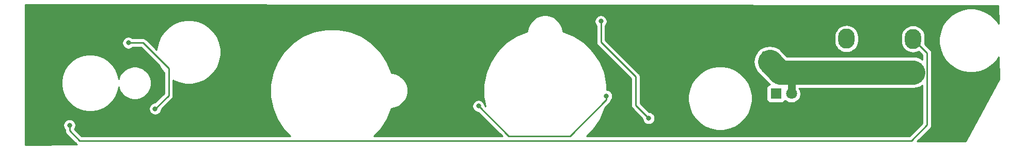
<source format=gbr>
%TF.GenerationSoftware,KiCad,Pcbnew,(5.1.12-1-10_14)*%
%TF.CreationDate,2021-11-27T12:00:22+11:00*%
%TF.ProjectId,HUD VID RCD Panel PCB V2,48554420-5649-4442-9052-43442050616e,rev?*%
%TF.SameCoordinates,Original*%
%TF.FileFunction,Copper,L2,Bot*%
%TF.FilePolarity,Positive*%
%FSLAX46Y46*%
G04 Gerber Fmt 4.6, Leading zero omitted, Abs format (unit mm)*
G04 Created by KiCad (PCBNEW (5.1.12-1-10_14)) date 2021-11-27 12:00:22*
%MOMM*%
%LPD*%
G01*
G04 APERTURE LIST*
%TA.AperFunction,ComponentPad*%
%ADD10O,2.700000X3.300000*%
%TD*%
%TA.AperFunction,ComponentPad*%
%ADD11C,1.800000*%
%TD*%
%TA.AperFunction,ComponentPad*%
%ADD12R,1.800000X1.800000*%
%TD*%
%TA.AperFunction,ViaPad*%
%ADD13C,0.800000*%
%TD*%
%TA.AperFunction,Conductor*%
%ADD14C,0.250000*%
%TD*%
%TA.AperFunction,Conductor*%
%ADD15C,0.750000*%
%TD*%
%TA.AperFunction,Conductor*%
%ADD16C,4.000000*%
%TD*%
%TA.AperFunction,Conductor*%
%ADD17C,1.250000*%
%TD*%
%TA.AperFunction,Conductor*%
%ADD18C,0.254000*%
%TD*%
%TA.AperFunction,Conductor*%
%ADD19C,0.100000*%
%TD*%
G04 APERTURE END LIST*
D10*
%TO.P,J1,4*%
%TO.N,/DATAIN*%
X202819000Y-73914000D03*
%TO.P,J1,3*%
%TO.N,/LEDGND*%
X198619000Y-73914000D03*
%TO.P,J1,2*%
%TO.N,/LED+5V*%
X202819000Y-79414000D03*
%TO.P,J1,1*%
%TA.AperFunction,ComponentPad*%
G36*
G01*
X197269000Y-80812900D02*
X197269000Y-78015100D01*
G75*
G02*
X197520100Y-77764000I251100J0D01*
G01*
X199717900Y-77764000D01*
G75*
G02*
X199969000Y-78015100I0J-251100D01*
G01*
X199969000Y-80812900D01*
G75*
G02*
X199717900Y-81064000I-251100J0D01*
G01*
X197520100Y-81064000D01*
G75*
G02*
X197269000Y-80812900I0J251100D01*
G01*
G37*
%TD.AperFunction*%
%TD*%
%TO.P,J2,4*%
%TO.N,/DATAOUT*%
X191906000Y-73875000D03*
%TO.P,J2,3*%
%TO.N,/LEDGND*%
X187706000Y-73875000D03*
%TO.P,J2,2*%
%TO.N,/LED+5V*%
X191906000Y-79375000D03*
%TO.P,J2,1*%
%TA.AperFunction,ComponentPad*%
G36*
G01*
X186356000Y-80773900D02*
X186356000Y-77976100D01*
G75*
G02*
X186607100Y-77725000I251100J0D01*
G01*
X188804900Y-77725000D01*
G75*
G02*
X189056000Y-77976100I0J-251100D01*
G01*
X189056000Y-80773900D01*
G75*
G02*
X188804900Y-81025000I-251100J0D01*
G01*
X186607100Y-81025000D01*
G75*
G02*
X186356000Y-80773900I0J251100D01*
G01*
G37*
%TD.AperFunction*%
%TD*%
D11*
%TO.P,D17,2*%
%TO.N,/LED+5V*%
X182880000Y-82931000D03*
D12*
%TO.P,D17,1*%
%TO.N,Net-(D17-Pad1)*%
X180340000Y-82931000D03*
%TD*%
%TO.P,C1,2*%
%TO.N,/LEDGND*%
%TA.AperFunction,SMDPad,CuDef*%
G36*
G01*
X180324000Y-72922000D02*
X178324000Y-72922000D01*
G75*
G02*
X178074000Y-72672000I0J250000D01*
G01*
X178074000Y-69672000D01*
G75*
G02*
X178324000Y-69422000I250000J0D01*
G01*
X180324000Y-69422000D01*
G75*
G02*
X180574000Y-69672000I0J-250000D01*
G01*
X180574000Y-72672000D01*
G75*
G02*
X180324000Y-72922000I-250000J0D01*
G01*
G37*
%TD.AperFunction*%
%TO.P,C1,1*%
%TO.N,/LED+5V*%
%TA.AperFunction,SMDPad,CuDef*%
G36*
G01*
X180324000Y-79422000D02*
X178324000Y-79422000D01*
G75*
G02*
X178074000Y-79172000I0J250000D01*
G01*
X178074000Y-76172000D01*
G75*
G02*
X178324000Y-75922000I250000J0D01*
G01*
X180324000Y-75922000D01*
G75*
G02*
X180574000Y-76172000I0J-250000D01*
G01*
X180574000Y-79172000D01*
G75*
G02*
X180324000Y-79422000I-250000J0D01*
G01*
G37*
%TD.AperFunction*%
%TD*%
D13*
%TO.N,Net-(D3-Pad2)*%
X78562200Y-85420200D03*
X74168000Y-74549000D03*
%TO.N,Net-(D8-Pad2)*%
X131572000Y-84963000D03*
X152520999Y-83318001D03*
%TO.N,Net-(D11-Pad2)*%
X159491550Y-86974550D03*
X151638000Y-70993000D03*
%TO.N,/LEDGND*%
X78740000Y-88900000D03*
X176784000Y-81661000D03*
X153696000Y-87604400D03*
X164262000Y-87578800D03*
X159817000Y-81838800D03*
X72212600Y-72694400D03*
X65024000Y-72771000D03*
X61620800Y-90271200D03*
X96012000Y-84455000D03*
X123317000Y-86360000D03*
X150176000Y-73595000D03*
X158242000Y-73660000D03*
X167347000Y-73953000D03*
X175006000Y-74041000D03*
X183261000Y-74168000D03*
X131318000Y-82550000D03*
X112903000Y-71374000D03*
%TO.N,/DATAIN*%
X64516000Y-88138000D03*
%TD*%
D14*
%TO.N,Net-(D3-Pad2)*%
X74168000Y-74549000D02*
X76581000Y-74549000D01*
X76581000Y-74549000D02*
X80772000Y-78740000D01*
X80772000Y-83210400D02*
X78562200Y-85420200D01*
X80772000Y-78740000D02*
X80772000Y-83210400D01*
%TO.N,Net-(D8-Pad2)*%
X131572000Y-84963000D02*
X136525000Y-89916000D01*
X136525000Y-89916000D02*
X146558000Y-89916000D01*
X152520999Y-83953001D02*
X152520999Y-83318001D01*
X146558000Y-89916000D02*
X152520999Y-83953001D01*
%TO.N,Net-(D11-Pad2)*%
X157353000Y-84836000D02*
X159491550Y-86974550D01*
X151638000Y-70993000D02*
X151638000Y-74422000D01*
X157353000Y-80137000D02*
X157353000Y-84836000D01*
X151638000Y-74422000D02*
X157353000Y-80137000D01*
D15*
%TO.N,/LED+5V*%
X187960000Y-79629000D02*
X187706000Y-79375000D01*
D16*
X181066000Y-79414000D02*
X179324000Y-77672000D01*
D17*
X182880000Y-79580000D02*
X183046000Y-79414000D01*
X182880000Y-82931000D02*
X182880000Y-79580000D01*
D16*
X202819000Y-79414000D02*
X183046000Y-79414000D01*
X183046000Y-79414000D02*
X181066000Y-79414000D01*
D14*
%TO.N,/DATAIN*%
X64516000Y-88138000D02*
X64516000Y-89027000D01*
X64516000Y-89027000D02*
X66180400Y-90691400D01*
X66180400Y-90691400D02*
X202552000Y-90691400D01*
X202552000Y-90691400D02*
X205144000Y-88099000D01*
X205144000Y-88099000D02*
X205144000Y-76239000D01*
X205144000Y-76239000D02*
X202819000Y-73914000D01*
%TD*%
D18*
%TO.N,/LEDGND*%
X216819971Y-68426373D02*
X216843412Y-71403498D01*
X216442913Y-70804109D01*
X215707891Y-70069087D01*
X214843597Y-69491583D01*
X213883244Y-69093792D01*
X212863739Y-68891000D01*
X211824261Y-68891000D01*
X210804756Y-69093792D01*
X209844403Y-69491583D01*
X208980109Y-70069087D01*
X208245087Y-70804109D01*
X207667583Y-71668403D01*
X207269792Y-72628756D01*
X207067000Y-73648261D01*
X207067000Y-74687739D01*
X207269792Y-75707244D01*
X207667583Y-76667597D01*
X208245087Y-77531891D01*
X208980109Y-78266913D01*
X209844403Y-78844417D01*
X210804756Y-79242208D01*
X211824261Y-79445000D01*
X212863739Y-79445000D01*
X213883244Y-79242208D01*
X214843597Y-78844417D01*
X215707891Y-78266913D01*
X216442913Y-77531891D01*
X216886441Y-76868106D01*
X216915100Y-80507922D01*
X211439132Y-90781425D01*
X203508165Y-90809972D01*
X205655027Y-88662779D01*
X205684001Y-88639001D01*
X205707817Y-88609981D01*
X205707838Y-88609960D01*
X205731493Y-88581131D01*
X205778974Y-88523276D01*
X205778988Y-88523250D01*
X205779006Y-88523228D01*
X205812895Y-88459814D01*
X205849546Y-88391247D01*
X205849555Y-88391217D01*
X205849568Y-88391193D01*
X205870717Y-88321454D01*
X205893003Y-88247986D01*
X205893006Y-88247955D01*
X205893014Y-88247929D01*
X205899527Y-88181747D01*
X205904000Y-88136333D01*
X205904000Y-88136295D01*
X205907676Y-88098942D01*
X205904000Y-88061648D01*
X205904000Y-76276333D01*
X205907677Y-76239000D01*
X205893003Y-76090014D01*
X205849546Y-75946753D01*
X205778974Y-75814724D01*
X205707799Y-75727997D01*
X205684001Y-75698999D01*
X205655003Y-75675201D01*
X204730510Y-74750708D01*
X204775278Y-74603127D01*
X204804000Y-74311509D01*
X204804000Y-73516490D01*
X204775278Y-73224872D01*
X204661774Y-72850698D01*
X204477453Y-72505857D01*
X204229398Y-72203602D01*
X203927143Y-71955547D01*
X203582301Y-71771226D01*
X203208127Y-71657722D01*
X202819000Y-71619396D01*
X202429872Y-71657722D01*
X202055698Y-71771226D01*
X201710857Y-71955547D01*
X201408602Y-72203602D01*
X201160547Y-72505857D01*
X200976226Y-72850699D01*
X200862722Y-73224873D01*
X200834000Y-73516491D01*
X200834000Y-74311510D01*
X200862722Y-74603128D01*
X200976226Y-74977302D01*
X201160547Y-75322143D01*
X201408603Y-75624398D01*
X201710858Y-75872453D01*
X202055699Y-76056774D01*
X202429873Y-76170278D01*
X202819000Y-76208604D01*
X203208128Y-76170278D01*
X203582302Y-76056774D01*
X203780848Y-75950649D01*
X204384001Y-76553803D01*
X204384001Y-77289613D01*
X204290011Y-77212477D01*
X203832250Y-76967799D01*
X203335550Y-76817127D01*
X202948442Y-76779000D01*
X182157452Y-76779000D01*
X181095697Y-75717245D01*
X181073174Y-75698761D01*
X181062405Y-75678614D01*
X180951962Y-75544038D01*
X180817386Y-75433595D01*
X180663850Y-75351528D01*
X180497254Y-75300992D01*
X180473559Y-75298658D01*
X180337249Y-75225799D01*
X179840549Y-75075127D01*
X179324000Y-75024252D01*
X178807451Y-75075127D01*
X178310751Y-75225799D01*
X178174441Y-75298658D01*
X178150746Y-75300992D01*
X177984150Y-75351528D01*
X177830614Y-75433595D01*
X177696038Y-75544038D01*
X177585595Y-75678614D01*
X177574827Y-75698760D01*
X177451759Y-75799759D01*
X177122478Y-76200990D01*
X176877799Y-76658751D01*
X176727127Y-77155451D01*
X176676252Y-77672000D01*
X176727127Y-78188549D01*
X176877799Y-78685249D01*
X177122478Y-79143010D01*
X177369245Y-79443697D01*
X177579464Y-79653916D01*
X177585595Y-79665386D01*
X177696038Y-79799962D01*
X177830614Y-79910405D01*
X177842084Y-79916536D01*
X179111242Y-81185694D01*
X179193759Y-81286241D01*
X179336212Y-81403150D01*
X179315518Y-81405188D01*
X179195820Y-81441498D01*
X179085506Y-81500463D01*
X178988815Y-81579815D01*
X178909463Y-81676506D01*
X178850498Y-81786820D01*
X178814188Y-81906518D01*
X178801928Y-82031000D01*
X178801928Y-83831000D01*
X178814188Y-83955482D01*
X178850498Y-84075180D01*
X178909463Y-84185494D01*
X178988815Y-84282185D01*
X179085506Y-84361537D01*
X179195820Y-84420502D01*
X179315518Y-84456812D01*
X179440000Y-84469072D01*
X181240000Y-84469072D01*
X181364482Y-84456812D01*
X181484180Y-84420502D01*
X181594494Y-84361537D01*
X181691185Y-84282185D01*
X181770537Y-84185494D01*
X181829502Y-84075180D01*
X181835056Y-84056873D01*
X181901495Y-84123312D01*
X182152905Y-84291299D01*
X182432257Y-84407011D01*
X182728816Y-84466000D01*
X183031184Y-84466000D01*
X183327743Y-84407011D01*
X183607095Y-84291299D01*
X183858505Y-84123312D01*
X184072312Y-83909505D01*
X184240299Y-83658095D01*
X184356011Y-83378743D01*
X184415000Y-83082184D01*
X184415000Y-82779816D01*
X184356011Y-82483257D01*
X184240299Y-82203905D01*
X184140000Y-82053797D01*
X184140000Y-82049000D01*
X202948442Y-82049000D01*
X203335550Y-82010873D01*
X203832250Y-81860201D01*
X204290011Y-81615523D01*
X204384001Y-81538388D01*
X204384000Y-87784232D01*
X202237164Y-89931400D01*
X149307340Y-89931400D01*
X150360154Y-88878586D01*
X151468431Y-87219933D01*
X152231825Y-85376937D01*
X152246713Y-85302089D01*
X153032003Y-84516799D01*
X153061000Y-84493002D01*
X153118450Y-84422999D01*
X153155973Y-84377278D01*
X153226545Y-84245248D01*
X153239959Y-84201026D01*
X153270002Y-84101987D01*
X153277571Y-84025140D01*
X153324936Y-83977775D01*
X153438204Y-83808257D01*
X153516225Y-83619899D01*
X153555999Y-83419940D01*
X153555999Y-83216062D01*
X153516225Y-83016103D01*
X153438204Y-82827745D01*
X153324936Y-82658227D01*
X153180773Y-82514064D01*
X153011255Y-82400796D01*
X152822897Y-82322775D01*
X152622938Y-82283001D01*
X152621000Y-82283001D01*
X152621000Y-81425578D01*
X152231825Y-79469063D01*
X151468431Y-77626067D01*
X150360154Y-75967414D01*
X148949586Y-74556846D01*
X147290933Y-73448569D01*
X145447937Y-72685175D01*
X145407000Y-72677032D01*
X145407000Y-72611095D01*
X145295055Y-72048309D01*
X145075467Y-71518177D01*
X144756675Y-71041071D01*
X144606665Y-70891061D01*
X150603000Y-70891061D01*
X150603000Y-71094939D01*
X150642774Y-71294898D01*
X150720795Y-71483256D01*
X150834063Y-71652774D01*
X150878000Y-71696711D01*
X150878001Y-74384668D01*
X150874324Y-74422000D01*
X150878001Y-74459333D01*
X150888323Y-74564127D01*
X150888998Y-74570985D01*
X150932454Y-74714246D01*
X151003026Y-74846276D01*
X151074201Y-74933002D01*
X151098000Y-74962001D01*
X151126998Y-74985799D01*
X156593000Y-80451802D01*
X156593001Y-84798668D01*
X156589324Y-84836000D01*
X156593001Y-84873333D01*
X156603998Y-84984986D01*
X156617180Y-85028442D01*
X156647454Y-85128246D01*
X156718026Y-85260276D01*
X156727004Y-85271215D01*
X156813000Y-85376001D01*
X156841998Y-85399799D01*
X158456550Y-87014353D01*
X158456550Y-87076489D01*
X158496324Y-87276448D01*
X158574345Y-87464806D01*
X158687613Y-87634324D01*
X158831776Y-87778487D01*
X159001294Y-87891755D01*
X159189652Y-87969776D01*
X159389611Y-88009550D01*
X159593489Y-88009550D01*
X159793448Y-87969776D01*
X159981806Y-87891755D01*
X160151324Y-87778487D01*
X160295487Y-87634324D01*
X160408755Y-87464806D01*
X160486776Y-87276448D01*
X160526550Y-87076489D01*
X160526550Y-86872611D01*
X160486776Y-86672652D01*
X160408755Y-86484294D01*
X160295487Y-86314776D01*
X160151324Y-86170613D01*
X159981806Y-86057345D01*
X159793448Y-85979324D01*
X159593489Y-85939550D01*
X159531353Y-85939550D01*
X158113000Y-84521199D01*
X158113000Y-83173261D01*
X165919000Y-83173261D01*
X165919000Y-84212739D01*
X166121792Y-85232244D01*
X166519583Y-86192597D01*
X167097087Y-87056891D01*
X167832109Y-87791913D01*
X168696403Y-88369417D01*
X169656756Y-88767208D01*
X170676261Y-88970000D01*
X171715739Y-88970000D01*
X172735244Y-88767208D01*
X173695597Y-88369417D01*
X174559891Y-87791913D01*
X175294913Y-87056891D01*
X175872417Y-86192597D01*
X176270208Y-85232244D01*
X176473000Y-84212739D01*
X176473000Y-83173261D01*
X176270208Y-82153756D01*
X175872417Y-81193403D01*
X175294913Y-80329109D01*
X174559891Y-79594087D01*
X173695597Y-79016583D01*
X172735244Y-78618792D01*
X171715739Y-78416000D01*
X170676261Y-78416000D01*
X169656756Y-78618792D01*
X168696403Y-79016583D01*
X167832109Y-79594087D01*
X167097087Y-80329109D01*
X166519583Y-81193403D01*
X166121792Y-82153756D01*
X165919000Y-83173261D01*
X158113000Y-83173261D01*
X158113000Y-80174333D01*
X158116677Y-80137000D01*
X158107420Y-80043008D01*
X158102003Y-79988014D01*
X158058546Y-79844753D01*
X157987974Y-79712724D01*
X157893001Y-79596999D01*
X157864004Y-79573202D01*
X152398000Y-74107199D01*
X152398000Y-73477491D01*
X189921000Y-73477491D01*
X189921000Y-74272510D01*
X189949722Y-74564128D01*
X190063226Y-74938302D01*
X190247547Y-75283143D01*
X190495603Y-75585398D01*
X190797858Y-75833453D01*
X191142699Y-76017774D01*
X191516873Y-76131278D01*
X191906000Y-76169604D01*
X192295128Y-76131278D01*
X192669302Y-76017774D01*
X193014143Y-75833453D01*
X193316398Y-75585398D01*
X193564453Y-75283143D01*
X193748774Y-74938302D01*
X193862278Y-74564127D01*
X193891000Y-74272509D01*
X193891000Y-73477490D01*
X193862278Y-73185872D01*
X193748774Y-72811698D01*
X193564453Y-72466857D01*
X193316398Y-72164602D01*
X193014143Y-71916547D01*
X192669301Y-71732226D01*
X192295127Y-71618722D01*
X191906000Y-71580396D01*
X191516872Y-71618722D01*
X191142698Y-71732226D01*
X190797857Y-71916547D01*
X190495602Y-72164602D01*
X190247547Y-72466857D01*
X190063226Y-72811699D01*
X189949722Y-73185873D01*
X189921000Y-73477491D01*
X152398000Y-73477491D01*
X152398000Y-71696711D01*
X152441937Y-71652774D01*
X152555205Y-71483256D01*
X152633226Y-71294898D01*
X152673000Y-71094939D01*
X152673000Y-70891061D01*
X152633226Y-70691102D01*
X152555205Y-70502744D01*
X152441937Y-70333226D01*
X152297774Y-70189063D01*
X152128256Y-70075795D01*
X151939898Y-69997774D01*
X151739939Y-69958000D01*
X151536061Y-69958000D01*
X151336102Y-69997774D01*
X151147744Y-70075795D01*
X150978226Y-70189063D01*
X150834063Y-70333226D01*
X150720795Y-70502744D01*
X150642774Y-70691102D01*
X150603000Y-70891061D01*
X144606665Y-70891061D01*
X144350929Y-70635325D01*
X143873823Y-70316533D01*
X143343691Y-70096945D01*
X142780905Y-69985000D01*
X142207095Y-69985000D01*
X141644309Y-70096945D01*
X141114177Y-70316533D01*
X140637071Y-70635325D01*
X140231325Y-71041071D01*
X139912533Y-71518177D01*
X139692945Y-72048309D01*
X139581000Y-72611095D01*
X139581000Y-72677032D01*
X139540063Y-72685175D01*
X137697067Y-73448569D01*
X136038414Y-74556846D01*
X134627846Y-75967414D01*
X133519569Y-77626067D01*
X132756175Y-79469063D01*
X132367000Y-81425578D01*
X132367000Y-83420422D01*
X132680551Y-84996750D01*
X132607000Y-84923199D01*
X132607000Y-84861061D01*
X132567226Y-84661102D01*
X132489205Y-84472744D01*
X132375937Y-84303226D01*
X132231774Y-84159063D01*
X132062256Y-84045795D01*
X131873898Y-83967774D01*
X131673939Y-83928000D01*
X131470061Y-83928000D01*
X131270102Y-83967774D01*
X131081744Y-84045795D01*
X130912226Y-84159063D01*
X130768063Y-84303226D01*
X130654795Y-84472744D01*
X130576774Y-84661102D01*
X130537000Y-84861061D01*
X130537000Y-85064939D01*
X130576774Y-85264898D01*
X130654795Y-85453256D01*
X130768063Y-85622774D01*
X130912226Y-85766937D01*
X131081744Y-85880205D01*
X131270102Y-85958226D01*
X131470061Y-85998000D01*
X131532199Y-85998000D01*
X135465598Y-89931400D01*
X114393655Y-89931400D01*
X115441369Y-88883686D01*
X116550521Y-87223723D01*
X117314518Y-85379270D01*
X117323125Y-85336000D01*
X117380905Y-85336000D01*
X117943691Y-85224055D01*
X118473823Y-85004467D01*
X118950929Y-84685675D01*
X119356675Y-84279929D01*
X119675467Y-83802823D01*
X119895055Y-83272691D01*
X120007000Y-82709905D01*
X120007000Y-82136095D01*
X119895055Y-81573309D01*
X119675467Y-81043177D01*
X119356675Y-80566071D01*
X118950929Y-80160325D01*
X118473823Y-79841533D01*
X117943691Y-79621945D01*
X117380905Y-79510000D01*
X117323125Y-79510000D01*
X117314518Y-79466730D01*
X116550521Y-77622277D01*
X115441369Y-75962314D01*
X114029686Y-74550631D01*
X112369723Y-73441479D01*
X110525270Y-72677482D01*
X108567210Y-72288000D01*
X106570790Y-72288000D01*
X104612730Y-72677482D01*
X102768277Y-73441479D01*
X101108314Y-74550631D01*
X99696631Y-75962314D01*
X98587479Y-77622277D01*
X97823482Y-79466730D01*
X97434000Y-81424790D01*
X97434000Y-83421210D01*
X97823482Y-85379270D01*
X98587479Y-87223723D01*
X99696631Y-88883686D01*
X100744345Y-89931400D01*
X66495202Y-89931400D01*
X65336615Y-88772814D01*
X65433205Y-88628256D01*
X65511226Y-88439898D01*
X65551000Y-88239939D01*
X65551000Y-88036061D01*
X65511226Y-87836102D01*
X65433205Y-87647744D01*
X65319937Y-87478226D01*
X65175774Y-87334063D01*
X65006256Y-87220795D01*
X64817898Y-87142774D01*
X64617939Y-87103000D01*
X64414061Y-87103000D01*
X64214102Y-87142774D01*
X64025744Y-87220795D01*
X63856226Y-87334063D01*
X63712063Y-87478226D01*
X63598795Y-87647744D01*
X63520774Y-87836102D01*
X63481000Y-88036061D01*
X63481000Y-88239939D01*
X63520774Y-88439898D01*
X63598795Y-88628256D01*
X63712063Y-88797774D01*
X63756000Y-88841711D01*
X63756000Y-88989678D01*
X63752324Y-89027000D01*
X63756000Y-89064322D01*
X63756000Y-89064333D01*
X63766113Y-89166997D01*
X63766998Y-89175985D01*
X63810454Y-89319246D01*
X63881026Y-89451276D01*
X63952201Y-89538002D01*
X63976000Y-89567001D01*
X64004998Y-89590799D01*
X65616601Y-91202403D01*
X65640399Y-91231401D01*
X65669397Y-91255199D01*
X65731172Y-91305897D01*
X57252578Y-91336415D01*
X57274672Y-80709040D01*
X63210253Y-80709040D01*
X63210253Y-81635056D01*
X63390910Y-82543280D01*
X63745281Y-83398808D01*
X64259749Y-84168763D01*
X64914542Y-84823556D01*
X65684497Y-85338024D01*
X66540025Y-85692395D01*
X67448249Y-85873052D01*
X68374265Y-85873052D01*
X69282489Y-85692395D01*
X70138017Y-85338024D01*
X70907972Y-84823556D01*
X71562765Y-84168763D01*
X72077233Y-83398808D01*
X72431604Y-82543280D01*
X72573403Y-81830411D01*
X72600621Y-81967247D01*
X72806126Y-82463380D01*
X73104473Y-82909889D01*
X73484198Y-83289614D01*
X73930707Y-83587961D01*
X74426840Y-83793466D01*
X74953533Y-83898232D01*
X75490545Y-83898232D01*
X76017238Y-83793466D01*
X76513371Y-83587961D01*
X76959880Y-83289614D01*
X77339605Y-82909889D01*
X77637952Y-82463380D01*
X77843457Y-81967247D01*
X77948223Y-81440554D01*
X77948223Y-80903542D01*
X77843457Y-80376849D01*
X77637952Y-79880716D01*
X77339605Y-79434207D01*
X76959880Y-79054482D01*
X76513371Y-78756135D01*
X76017238Y-78550630D01*
X75490545Y-78445864D01*
X74953533Y-78445864D01*
X74426840Y-78550630D01*
X73930707Y-78756135D01*
X73484198Y-79054482D01*
X73104473Y-79434207D01*
X72806126Y-79880716D01*
X72600621Y-80376849D01*
X72573403Y-80513685D01*
X72431604Y-79800816D01*
X72077233Y-78945288D01*
X71562765Y-78175333D01*
X70907972Y-77520540D01*
X70138017Y-77006072D01*
X69282489Y-76651701D01*
X68374265Y-76471044D01*
X67448249Y-76471044D01*
X66540025Y-76651701D01*
X65684497Y-77006072D01*
X64914542Y-77520540D01*
X64259749Y-78175333D01*
X63745281Y-78945288D01*
X63390910Y-79800816D01*
X63210253Y-80709040D01*
X57274672Y-80709040D01*
X57287690Y-74447061D01*
X73133000Y-74447061D01*
X73133000Y-74650939D01*
X73172774Y-74850898D01*
X73250795Y-75039256D01*
X73364063Y-75208774D01*
X73508226Y-75352937D01*
X73677744Y-75466205D01*
X73866102Y-75544226D01*
X74066061Y-75584000D01*
X74269939Y-75584000D01*
X74469898Y-75544226D01*
X74658256Y-75466205D01*
X74827774Y-75352937D01*
X74871711Y-75309000D01*
X76266199Y-75309000D01*
X79304095Y-78346897D01*
X79397583Y-78572597D01*
X79975087Y-79436891D01*
X80012000Y-79473804D01*
X80012001Y-82895597D01*
X78522399Y-84385200D01*
X78460261Y-84385200D01*
X78260302Y-84424974D01*
X78071944Y-84502995D01*
X77902426Y-84616263D01*
X77758263Y-84760426D01*
X77644995Y-84929944D01*
X77566974Y-85118302D01*
X77527200Y-85318261D01*
X77527200Y-85522139D01*
X77566974Y-85722098D01*
X77644995Y-85910456D01*
X77758263Y-86079974D01*
X77902426Y-86224137D01*
X78071944Y-86337405D01*
X78260302Y-86415426D01*
X78460261Y-86455200D01*
X78664139Y-86455200D01*
X78864098Y-86415426D01*
X79052456Y-86337405D01*
X79221974Y-86224137D01*
X79366137Y-86079974D01*
X79479405Y-85910456D01*
X79557426Y-85722098D01*
X79597200Y-85522139D01*
X79597200Y-85460001D01*
X81283003Y-83774199D01*
X81312001Y-83750401D01*
X81387755Y-83658095D01*
X81406974Y-83634677D01*
X81477546Y-83502647D01*
X81503977Y-83415513D01*
X81521003Y-83359386D01*
X81532000Y-83247733D01*
X81532000Y-83247724D01*
X81535676Y-83210401D01*
X81532000Y-83173078D01*
X81532000Y-80721084D01*
X81574403Y-80749417D01*
X82534756Y-81147208D01*
X83554261Y-81350000D01*
X84593739Y-81350000D01*
X85613244Y-81147208D01*
X86573597Y-80749417D01*
X87437891Y-80171913D01*
X88172913Y-79436891D01*
X88750417Y-78572597D01*
X89148208Y-77612244D01*
X89351000Y-76592739D01*
X89351000Y-75553261D01*
X89148208Y-74533756D01*
X88750417Y-73573403D01*
X88172913Y-72709109D01*
X87437891Y-71974087D01*
X86573597Y-71396583D01*
X85613244Y-70998792D01*
X84593739Y-70796000D01*
X83554261Y-70796000D01*
X82534756Y-70998792D01*
X81574403Y-71396583D01*
X80710109Y-71974087D01*
X79975087Y-72709109D01*
X79397583Y-73573403D01*
X78999792Y-74533756D01*
X78797000Y-75553261D01*
X78797000Y-75690199D01*
X77144804Y-74038003D01*
X77121001Y-74008999D01*
X77005276Y-73914026D01*
X76873247Y-73843454D01*
X76729986Y-73799997D01*
X76618333Y-73789000D01*
X76618322Y-73789000D01*
X76581000Y-73785324D01*
X76543678Y-73789000D01*
X74871711Y-73789000D01*
X74827774Y-73745063D01*
X74658256Y-73631795D01*
X74469898Y-73553774D01*
X74269939Y-73514000D01*
X74066061Y-73514000D01*
X73866102Y-73553774D01*
X73677744Y-73631795D01*
X73508226Y-73745063D01*
X73364063Y-73889226D01*
X73250795Y-74058744D01*
X73172774Y-74247102D01*
X73133000Y-74447061D01*
X57287690Y-74447061D01*
X57300627Y-68224832D01*
X216819971Y-68426373D01*
%TA.AperFunction,Conductor*%
D19*
G36*
X216819971Y-68426373D02*
G01*
X216843412Y-71403498D01*
X216442913Y-70804109D01*
X215707891Y-70069087D01*
X214843597Y-69491583D01*
X213883244Y-69093792D01*
X212863739Y-68891000D01*
X211824261Y-68891000D01*
X210804756Y-69093792D01*
X209844403Y-69491583D01*
X208980109Y-70069087D01*
X208245087Y-70804109D01*
X207667583Y-71668403D01*
X207269792Y-72628756D01*
X207067000Y-73648261D01*
X207067000Y-74687739D01*
X207269792Y-75707244D01*
X207667583Y-76667597D01*
X208245087Y-77531891D01*
X208980109Y-78266913D01*
X209844403Y-78844417D01*
X210804756Y-79242208D01*
X211824261Y-79445000D01*
X212863739Y-79445000D01*
X213883244Y-79242208D01*
X214843597Y-78844417D01*
X215707891Y-78266913D01*
X216442913Y-77531891D01*
X216886441Y-76868106D01*
X216915100Y-80507922D01*
X211439132Y-90781425D01*
X203508165Y-90809972D01*
X205655027Y-88662779D01*
X205684001Y-88639001D01*
X205707817Y-88609981D01*
X205707838Y-88609960D01*
X205731493Y-88581131D01*
X205778974Y-88523276D01*
X205778988Y-88523250D01*
X205779006Y-88523228D01*
X205812895Y-88459814D01*
X205849546Y-88391247D01*
X205849555Y-88391217D01*
X205849568Y-88391193D01*
X205870717Y-88321454D01*
X205893003Y-88247986D01*
X205893006Y-88247955D01*
X205893014Y-88247929D01*
X205899527Y-88181747D01*
X205904000Y-88136333D01*
X205904000Y-88136295D01*
X205907676Y-88098942D01*
X205904000Y-88061648D01*
X205904000Y-76276333D01*
X205907677Y-76239000D01*
X205893003Y-76090014D01*
X205849546Y-75946753D01*
X205778974Y-75814724D01*
X205707799Y-75727997D01*
X205684001Y-75698999D01*
X205655003Y-75675201D01*
X204730510Y-74750708D01*
X204775278Y-74603127D01*
X204804000Y-74311509D01*
X204804000Y-73516490D01*
X204775278Y-73224872D01*
X204661774Y-72850698D01*
X204477453Y-72505857D01*
X204229398Y-72203602D01*
X203927143Y-71955547D01*
X203582301Y-71771226D01*
X203208127Y-71657722D01*
X202819000Y-71619396D01*
X202429872Y-71657722D01*
X202055698Y-71771226D01*
X201710857Y-71955547D01*
X201408602Y-72203602D01*
X201160547Y-72505857D01*
X200976226Y-72850699D01*
X200862722Y-73224873D01*
X200834000Y-73516491D01*
X200834000Y-74311510D01*
X200862722Y-74603128D01*
X200976226Y-74977302D01*
X201160547Y-75322143D01*
X201408603Y-75624398D01*
X201710858Y-75872453D01*
X202055699Y-76056774D01*
X202429873Y-76170278D01*
X202819000Y-76208604D01*
X203208128Y-76170278D01*
X203582302Y-76056774D01*
X203780848Y-75950649D01*
X204384001Y-76553803D01*
X204384001Y-77289613D01*
X204290011Y-77212477D01*
X203832250Y-76967799D01*
X203335550Y-76817127D01*
X202948442Y-76779000D01*
X182157452Y-76779000D01*
X181095697Y-75717245D01*
X181073174Y-75698761D01*
X181062405Y-75678614D01*
X180951962Y-75544038D01*
X180817386Y-75433595D01*
X180663850Y-75351528D01*
X180497254Y-75300992D01*
X180473559Y-75298658D01*
X180337249Y-75225799D01*
X179840549Y-75075127D01*
X179324000Y-75024252D01*
X178807451Y-75075127D01*
X178310751Y-75225799D01*
X178174441Y-75298658D01*
X178150746Y-75300992D01*
X177984150Y-75351528D01*
X177830614Y-75433595D01*
X177696038Y-75544038D01*
X177585595Y-75678614D01*
X177574827Y-75698760D01*
X177451759Y-75799759D01*
X177122478Y-76200990D01*
X176877799Y-76658751D01*
X176727127Y-77155451D01*
X176676252Y-77672000D01*
X176727127Y-78188549D01*
X176877799Y-78685249D01*
X177122478Y-79143010D01*
X177369245Y-79443697D01*
X177579464Y-79653916D01*
X177585595Y-79665386D01*
X177696038Y-79799962D01*
X177830614Y-79910405D01*
X177842084Y-79916536D01*
X179111242Y-81185694D01*
X179193759Y-81286241D01*
X179336212Y-81403150D01*
X179315518Y-81405188D01*
X179195820Y-81441498D01*
X179085506Y-81500463D01*
X178988815Y-81579815D01*
X178909463Y-81676506D01*
X178850498Y-81786820D01*
X178814188Y-81906518D01*
X178801928Y-82031000D01*
X178801928Y-83831000D01*
X178814188Y-83955482D01*
X178850498Y-84075180D01*
X178909463Y-84185494D01*
X178988815Y-84282185D01*
X179085506Y-84361537D01*
X179195820Y-84420502D01*
X179315518Y-84456812D01*
X179440000Y-84469072D01*
X181240000Y-84469072D01*
X181364482Y-84456812D01*
X181484180Y-84420502D01*
X181594494Y-84361537D01*
X181691185Y-84282185D01*
X181770537Y-84185494D01*
X181829502Y-84075180D01*
X181835056Y-84056873D01*
X181901495Y-84123312D01*
X182152905Y-84291299D01*
X182432257Y-84407011D01*
X182728816Y-84466000D01*
X183031184Y-84466000D01*
X183327743Y-84407011D01*
X183607095Y-84291299D01*
X183858505Y-84123312D01*
X184072312Y-83909505D01*
X184240299Y-83658095D01*
X184356011Y-83378743D01*
X184415000Y-83082184D01*
X184415000Y-82779816D01*
X184356011Y-82483257D01*
X184240299Y-82203905D01*
X184140000Y-82053797D01*
X184140000Y-82049000D01*
X202948442Y-82049000D01*
X203335550Y-82010873D01*
X203832250Y-81860201D01*
X204290011Y-81615523D01*
X204384001Y-81538388D01*
X204384000Y-87784232D01*
X202237164Y-89931400D01*
X149307340Y-89931400D01*
X150360154Y-88878586D01*
X151468431Y-87219933D01*
X152231825Y-85376937D01*
X152246713Y-85302089D01*
X153032003Y-84516799D01*
X153061000Y-84493002D01*
X153118450Y-84422999D01*
X153155973Y-84377278D01*
X153226545Y-84245248D01*
X153239959Y-84201026D01*
X153270002Y-84101987D01*
X153277571Y-84025140D01*
X153324936Y-83977775D01*
X153438204Y-83808257D01*
X153516225Y-83619899D01*
X153555999Y-83419940D01*
X153555999Y-83216062D01*
X153516225Y-83016103D01*
X153438204Y-82827745D01*
X153324936Y-82658227D01*
X153180773Y-82514064D01*
X153011255Y-82400796D01*
X152822897Y-82322775D01*
X152622938Y-82283001D01*
X152621000Y-82283001D01*
X152621000Y-81425578D01*
X152231825Y-79469063D01*
X151468431Y-77626067D01*
X150360154Y-75967414D01*
X148949586Y-74556846D01*
X147290933Y-73448569D01*
X145447937Y-72685175D01*
X145407000Y-72677032D01*
X145407000Y-72611095D01*
X145295055Y-72048309D01*
X145075467Y-71518177D01*
X144756675Y-71041071D01*
X144606665Y-70891061D01*
X150603000Y-70891061D01*
X150603000Y-71094939D01*
X150642774Y-71294898D01*
X150720795Y-71483256D01*
X150834063Y-71652774D01*
X150878000Y-71696711D01*
X150878001Y-74384668D01*
X150874324Y-74422000D01*
X150878001Y-74459333D01*
X150888323Y-74564127D01*
X150888998Y-74570985D01*
X150932454Y-74714246D01*
X151003026Y-74846276D01*
X151074201Y-74933002D01*
X151098000Y-74962001D01*
X151126998Y-74985799D01*
X156593000Y-80451802D01*
X156593001Y-84798668D01*
X156589324Y-84836000D01*
X156593001Y-84873333D01*
X156603998Y-84984986D01*
X156617180Y-85028442D01*
X156647454Y-85128246D01*
X156718026Y-85260276D01*
X156727004Y-85271215D01*
X156813000Y-85376001D01*
X156841998Y-85399799D01*
X158456550Y-87014353D01*
X158456550Y-87076489D01*
X158496324Y-87276448D01*
X158574345Y-87464806D01*
X158687613Y-87634324D01*
X158831776Y-87778487D01*
X159001294Y-87891755D01*
X159189652Y-87969776D01*
X159389611Y-88009550D01*
X159593489Y-88009550D01*
X159793448Y-87969776D01*
X159981806Y-87891755D01*
X160151324Y-87778487D01*
X160295487Y-87634324D01*
X160408755Y-87464806D01*
X160486776Y-87276448D01*
X160526550Y-87076489D01*
X160526550Y-86872611D01*
X160486776Y-86672652D01*
X160408755Y-86484294D01*
X160295487Y-86314776D01*
X160151324Y-86170613D01*
X159981806Y-86057345D01*
X159793448Y-85979324D01*
X159593489Y-85939550D01*
X159531353Y-85939550D01*
X158113000Y-84521199D01*
X158113000Y-83173261D01*
X165919000Y-83173261D01*
X165919000Y-84212739D01*
X166121792Y-85232244D01*
X166519583Y-86192597D01*
X167097087Y-87056891D01*
X167832109Y-87791913D01*
X168696403Y-88369417D01*
X169656756Y-88767208D01*
X170676261Y-88970000D01*
X171715739Y-88970000D01*
X172735244Y-88767208D01*
X173695597Y-88369417D01*
X174559891Y-87791913D01*
X175294913Y-87056891D01*
X175872417Y-86192597D01*
X176270208Y-85232244D01*
X176473000Y-84212739D01*
X176473000Y-83173261D01*
X176270208Y-82153756D01*
X175872417Y-81193403D01*
X175294913Y-80329109D01*
X174559891Y-79594087D01*
X173695597Y-79016583D01*
X172735244Y-78618792D01*
X171715739Y-78416000D01*
X170676261Y-78416000D01*
X169656756Y-78618792D01*
X168696403Y-79016583D01*
X167832109Y-79594087D01*
X167097087Y-80329109D01*
X166519583Y-81193403D01*
X166121792Y-82153756D01*
X165919000Y-83173261D01*
X158113000Y-83173261D01*
X158113000Y-80174333D01*
X158116677Y-80137000D01*
X158107420Y-80043008D01*
X158102003Y-79988014D01*
X158058546Y-79844753D01*
X157987974Y-79712724D01*
X157893001Y-79596999D01*
X157864004Y-79573202D01*
X152398000Y-74107199D01*
X152398000Y-73477491D01*
X189921000Y-73477491D01*
X189921000Y-74272510D01*
X189949722Y-74564128D01*
X190063226Y-74938302D01*
X190247547Y-75283143D01*
X190495603Y-75585398D01*
X190797858Y-75833453D01*
X191142699Y-76017774D01*
X191516873Y-76131278D01*
X191906000Y-76169604D01*
X192295128Y-76131278D01*
X192669302Y-76017774D01*
X193014143Y-75833453D01*
X193316398Y-75585398D01*
X193564453Y-75283143D01*
X193748774Y-74938302D01*
X193862278Y-74564127D01*
X193891000Y-74272509D01*
X193891000Y-73477490D01*
X193862278Y-73185872D01*
X193748774Y-72811698D01*
X193564453Y-72466857D01*
X193316398Y-72164602D01*
X193014143Y-71916547D01*
X192669301Y-71732226D01*
X192295127Y-71618722D01*
X191906000Y-71580396D01*
X191516872Y-71618722D01*
X191142698Y-71732226D01*
X190797857Y-71916547D01*
X190495602Y-72164602D01*
X190247547Y-72466857D01*
X190063226Y-72811699D01*
X189949722Y-73185873D01*
X189921000Y-73477491D01*
X152398000Y-73477491D01*
X152398000Y-71696711D01*
X152441937Y-71652774D01*
X152555205Y-71483256D01*
X152633226Y-71294898D01*
X152673000Y-71094939D01*
X152673000Y-70891061D01*
X152633226Y-70691102D01*
X152555205Y-70502744D01*
X152441937Y-70333226D01*
X152297774Y-70189063D01*
X152128256Y-70075795D01*
X151939898Y-69997774D01*
X151739939Y-69958000D01*
X151536061Y-69958000D01*
X151336102Y-69997774D01*
X151147744Y-70075795D01*
X150978226Y-70189063D01*
X150834063Y-70333226D01*
X150720795Y-70502744D01*
X150642774Y-70691102D01*
X150603000Y-70891061D01*
X144606665Y-70891061D01*
X144350929Y-70635325D01*
X143873823Y-70316533D01*
X143343691Y-70096945D01*
X142780905Y-69985000D01*
X142207095Y-69985000D01*
X141644309Y-70096945D01*
X141114177Y-70316533D01*
X140637071Y-70635325D01*
X140231325Y-71041071D01*
X139912533Y-71518177D01*
X139692945Y-72048309D01*
X139581000Y-72611095D01*
X139581000Y-72677032D01*
X139540063Y-72685175D01*
X137697067Y-73448569D01*
X136038414Y-74556846D01*
X134627846Y-75967414D01*
X133519569Y-77626067D01*
X132756175Y-79469063D01*
X132367000Y-81425578D01*
X132367000Y-83420422D01*
X132680551Y-84996750D01*
X132607000Y-84923199D01*
X132607000Y-84861061D01*
X132567226Y-84661102D01*
X132489205Y-84472744D01*
X132375937Y-84303226D01*
X132231774Y-84159063D01*
X132062256Y-84045795D01*
X131873898Y-83967774D01*
X131673939Y-83928000D01*
X131470061Y-83928000D01*
X131270102Y-83967774D01*
X131081744Y-84045795D01*
X130912226Y-84159063D01*
X130768063Y-84303226D01*
X130654795Y-84472744D01*
X130576774Y-84661102D01*
X130537000Y-84861061D01*
X130537000Y-85064939D01*
X130576774Y-85264898D01*
X130654795Y-85453256D01*
X130768063Y-85622774D01*
X130912226Y-85766937D01*
X131081744Y-85880205D01*
X131270102Y-85958226D01*
X131470061Y-85998000D01*
X131532199Y-85998000D01*
X135465598Y-89931400D01*
X114393655Y-89931400D01*
X115441369Y-88883686D01*
X116550521Y-87223723D01*
X117314518Y-85379270D01*
X117323125Y-85336000D01*
X117380905Y-85336000D01*
X117943691Y-85224055D01*
X118473823Y-85004467D01*
X118950929Y-84685675D01*
X119356675Y-84279929D01*
X119675467Y-83802823D01*
X119895055Y-83272691D01*
X120007000Y-82709905D01*
X120007000Y-82136095D01*
X119895055Y-81573309D01*
X119675467Y-81043177D01*
X119356675Y-80566071D01*
X118950929Y-80160325D01*
X118473823Y-79841533D01*
X117943691Y-79621945D01*
X117380905Y-79510000D01*
X117323125Y-79510000D01*
X117314518Y-79466730D01*
X116550521Y-77622277D01*
X115441369Y-75962314D01*
X114029686Y-74550631D01*
X112369723Y-73441479D01*
X110525270Y-72677482D01*
X108567210Y-72288000D01*
X106570790Y-72288000D01*
X104612730Y-72677482D01*
X102768277Y-73441479D01*
X101108314Y-74550631D01*
X99696631Y-75962314D01*
X98587479Y-77622277D01*
X97823482Y-79466730D01*
X97434000Y-81424790D01*
X97434000Y-83421210D01*
X97823482Y-85379270D01*
X98587479Y-87223723D01*
X99696631Y-88883686D01*
X100744345Y-89931400D01*
X66495202Y-89931400D01*
X65336615Y-88772814D01*
X65433205Y-88628256D01*
X65511226Y-88439898D01*
X65551000Y-88239939D01*
X65551000Y-88036061D01*
X65511226Y-87836102D01*
X65433205Y-87647744D01*
X65319937Y-87478226D01*
X65175774Y-87334063D01*
X65006256Y-87220795D01*
X64817898Y-87142774D01*
X64617939Y-87103000D01*
X64414061Y-87103000D01*
X64214102Y-87142774D01*
X64025744Y-87220795D01*
X63856226Y-87334063D01*
X63712063Y-87478226D01*
X63598795Y-87647744D01*
X63520774Y-87836102D01*
X63481000Y-88036061D01*
X63481000Y-88239939D01*
X63520774Y-88439898D01*
X63598795Y-88628256D01*
X63712063Y-88797774D01*
X63756000Y-88841711D01*
X63756000Y-88989678D01*
X63752324Y-89027000D01*
X63756000Y-89064322D01*
X63756000Y-89064333D01*
X63766113Y-89166997D01*
X63766998Y-89175985D01*
X63810454Y-89319246D01*
X63881026Y-89451276D01*
X63952201Y-89538002D01*
X63976000Y-89567001D01*
X64004998Y-89590799D01*
X65616601Y-91202403D01*
X65640399Y-91231401D01*
X65669397Y-91255199D01*
X65731172Y-91305897D01*
X57252578Y-91336415D01*
X57274672Y-80709040D01*
X63210253Y-80709040D01*
X63210253Y-81635056D01*
X63390910Y-82543280D01*
X63745281Y-83398808D01*
X64259749Y-84168763D01*
X64914542Y-84823556D01*
X65684497Y-85338024D01*
X66540025Y-85692395D01*
X67448249Y-85873052D01*
X68374265Y-85873052D01*
X69282489Y-85692395D01*
X70138017Y-85338024D01*
X70907972Y-84823556D01*
X71562765Y-84168763D01*
X72077233Y-83398808D01*
X72431604Y-82543280D01*
X72573403Y-81830411D01*
X72600621Y-81967247D01*
X72806126Y-82463380D01*
X73104473Y-82909889D01*
X73484198Y-83289614D01*
X73930707Y-83587961D01*
X74426840Y-83793466D01*
X74953533Y-83898232D01*
X75490545Y-83898232D01*
X76017238Y-83793466D01*
X76513371Y-83587961D01*
X76959880Y-83289614D01*
X77339605Y-82909889D01*
X77637952Y-82463380D01*
X77843457Y-81967247D01*
X77948223Y-81440554D01*
X77948223Y-80903542D01*
X77843457Y-80376849D01*
X77637952Y-79880716D01*
X77339605Y-79434207D01*
X76959880Y-79054482D01*
X76513371Y-78756135D01*
X76017238Y-78550630D01*
X75490545Y-78445864D01*
X74953533Y-78445864D01*
X74426840Y-78550630D01*
X73930707Y-78756135D01*
X73484198Y-79054482D01*
X73104473Y-79434207D01*
X72806126Y-79880716D01*
X72600621Y-80376849D01*
X72573403Y-80513685D01*
X72431604Y-79800816D01*
X72077233Y-78945288D01*
X71562765Y-78175333D01*
X70907972Y-77520540D01*
X70138017Y-77006072D01*
X69282489Y-76651701D01*
X68374265Y-76471044D01*
X67448249Y-76471044D01*
X66540025Y-76651701D01*
X65684497Y-77006072D01*
X64914542Y-77520540D01*
X64259749Y-78175333D01*
X63745281Y-78945288D01*
X63390910Y-79800816D01*
X63210253Y-80709040D01*
X57274672Y-80709040D01*
X57287690Y-74447061D01*
X73133000Y-74447061D01*
X73133000Y-74650939D01*
X73172774Y-74850898D01*
X73250795Y-75039256D01*
X73364063Y-75208774D01*
X73508226Y-75352937D01*
X73677744Y-75466205D01*
X73866102Y-75544226D01*
X74066061Y-75584000D01*
X74269939Y-75584000D01*
X74469898Y-75544226D01*
X74658256Y-75466205D01*
X74827774Y-75352937D01*
X74871711Y-75309000D01*
X76266199Y-75309000D01*
X79304095Y-78346897D01*
X79397583Y-78572597D01*
X79975087Y-79436891D01*
X80012000Y-79473804D01*
X80012001Y-82895597D01*
X78522399Y-84385200D01*
X78460261Y-84385200D01*
X78260302Y-84424974D01*
X78071944Y-84502995D01*
X77902426Y-84616263D01*
X77758263Y-84760426D01*
X77644995Y-84929944D01*
X77566974Y-85118302D01*
X77527200Y-85318261D01*
X77527200Y-85522139D01*
X77566974Y-85722098D01*
X77644995Y-85910456D01*
X77758263Y-86079974D01*
X77902426Y-86224137D01*
X78071944Y-86337405D01*
X78260302Y-86415426D01*
X78460261Y-86455200D01*
X78664139Y-86455200D01*
X78864098Y-86415426D01*
X79052456Y-86337405D01*
X79221974Y-86224137D01*
X79366137Y-86079974D01*
X79479405Y-85910456D01*
X79557426Y-85722098D01*
X79597200Y-85522139D01*
X79597200Y-85460001D01*
X81283003Y-83774199D01*
X81312001Y-83750401D01*
X81387755Y-83658095D01*
X81406974Y-83634677D01*
X81477546Y-83502647D01*
X81503977Y-83415513D01*
X81521003Y-83359386D01*
X81532000Y-83247733D01*
X81532000Y-83247724D01*
X81535676Y-83210401D01*
X81532000Y-83173078D01*
X81532000Y-80721084D01*
X81574403Y-80749417D01*
X82534756Y-81147208D01*
X83554261Y-81350000D01*
X84593739Y-81350000D01*
X85613244Y-81147208D01*
X86573597Y-80749417D01*
X87437891Y-80171913D01*
X88172913Y-79436891D01*
X88750417Y-78572597D01*
X89148208Y-77612244D01*
X89351000Y-76592739D01*
X89351000Y-75553261D01*
X89148208Y-74533756D01*
X88750417Y-73573403D01*
X88172913Y-72709109D01*
X87437891Y-71974087D01*
X86573597Y-71396583D01*
X85613244Y-70998792D01*
X84593739Y-70796000D01*
X83554261Y-70796000D01*
X82534756Y-70998792D01*
X81574403Y-71396583D01*
X80710109Y-71974087D01*
X79975087Y-72709109D01*
X79397583Y-73573403D01*
X78999792Y-74533756D01*
X78797000Y-75553261D01*
X78797000Y-75690199D01*
X77144804Y-74038003D01*
X77121001Y-74008999D01*
X77005276Y-73914026D01*
X76873247Y-73843454D01*
X76729986Y-73799997D01*
X76618333Y-73789000D01*
X76618322Y-73789000D01*
X76581000Y-73785324D01*
X76543678Y-73789000D01*
X74871711Y-73789000D01*
X74827774Y-73745063D01*
X74658256Y-73631795D01*
X74469898Y-73553774D01*
X74269939Y-73514000D01*
X74066061Y-73514000D01*
X73866102Y-73553774D01*
X73677744Y-73631795D01*
X73508226Y-73745063D01*
X73364063Y-73889226D01*
X73250795Y-74058744D01*
X73172774Y-74247102D01*
X73133000Y-74447061D01*
X57287690Y-74447061D01*
X57300627Y-68224832D01*
X216819971Y-68426373D01*
G37*
%TD.AperFunction*%
%TD*%
M02*

</source>
